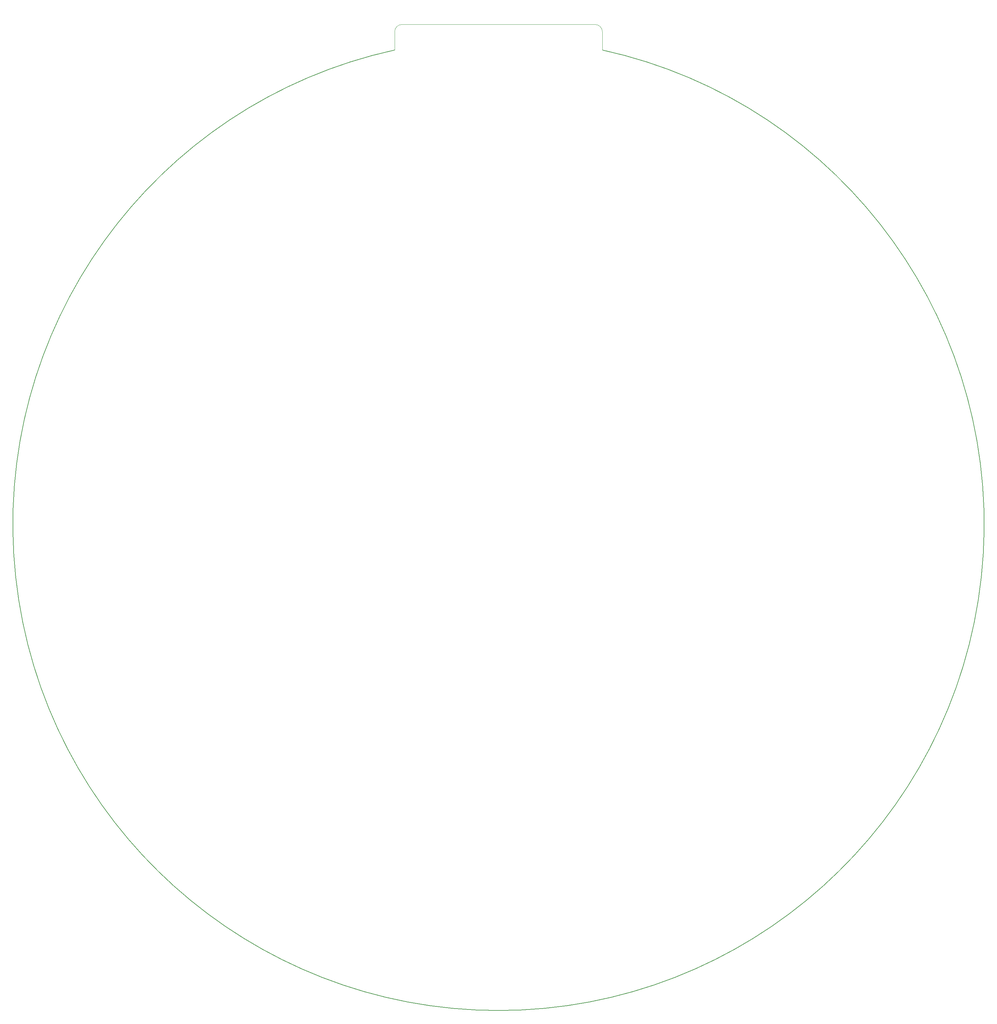
<source format=gm1>
%TF.GenerationSoftware,KiCad,Pcbnew,(6.0.6)*%
%TF.CreationDate,2022-07-13T04:46:15-05:00*%
%TF.ProjectId,CircleBoard,43697263-6c65-4426-9f61-72642e6b6963,rev?*%
%TF.SameCoordinates,Original*%
%TF.FileFunction,Profile,NP*%
%FSLAX46Y46*%
G04 Gerber Fmt 4.6, Leading zero omitted, Abs format (unit mm)*
G04 Created by KiCad (PCBNEW (6.0.6)) date 2022-07-13 04:46:15*
%MOMM*%
%LPD*%
G01*
G04 APERTURE LIST*
%TA.AperFunction,Profile*%
%ADD10C,0.100000*%
%TD*%
%TA.AperFunction,Profile*%
%ADD11C,0.200000*%
%TD*%
G04 APERTURE END LIST*
D10*
X102000000Y10000000D02*
G75*
G03*
X100000000Y8000000I0J-2000000D01*
G01*
X157000000Y8000000D02*
X157000000Y3000000D01*
D11*
X100000000Y3000000D02*
G75*
G03*
X157000000Y3000000I28500000J-130166951D01*
G01*
D10*
X157000000Y8000000D02*
G75*
G03*
X155000000Y10000000I-2000000J0D01*
G01*
X100000000Y3000000D02*
X100000000Y8000000D01*
X102000000Y10000000D02*
X155000000Y10000000D01*
M02*

</source>
